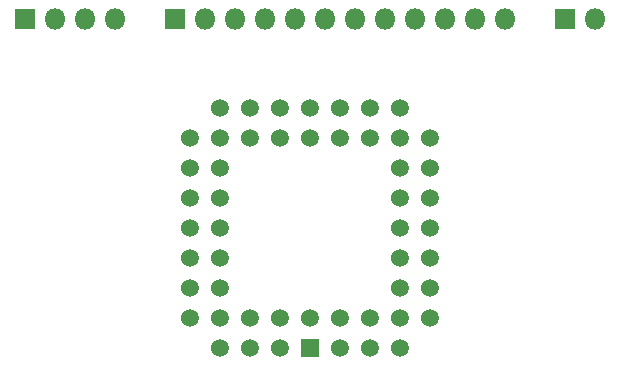
<source format=gbs>
G04 #@! TF.GenerationSoftware,KiCad,Pcbnew,(5.1.6)-1*
G04 #@! TF.CreationDate,2021-06-26T13:41:07+03:00*
G04 #@! TF.ProjectId,a600_rgb2hdmi,61363030-5f72-4676-9232-68646d692e6b,rev?*
G04 #@! TF.SameCoordinates,Original*
G04 #@! TF.FileFunction,Soldermask,Bot*
G04 #@! TF.FilePolarity,Negative*
%FSLAX46Y46*%
G04 Gerber Fmt 4.6, Leading zero omitted, Abs format (unit mm)*
G04 Created by KiCad (PCBNEW (5.1.6)-1) date 2021-06-26 13:41:07*
%MOMM*%
%LPD*%
G01*
G04 APERTURE LIST*
%ADD10O,1.800000X1.800000*%
%ADD11R,1.800000X1.800000*%
%ADD12C,1.522400*%
%ADD13R,1.522400X1.522400*%
G04 APERTURE END LIST*
D10*
X166110000Y-38100000D03*
D11*
X163570000Y-38100000D03*
D10*
X158510000Y-38100000D03*
X155970000Y-38100000D03*
X153430000Y-38100000D03*
X150890000Y-38100000D03*
X148350000Y-38100000D03*
X145810000Y-38100000D03*
X143270000Y-38100000D03*
X140730000Y-38100000D03*
X138190000Y-38100000D03*
X135650000Y-38100000D03*
X133110000Y-38100000D03*
D11*
X130570000Y-38100000D03*
D10*
X125490000Y-38100000D03*
X122950000Y-38100000D03*
X120410000Y-38100000D03*
D11*
X117870000Y-38100000D03*
D12*
X131840000Y-63460000D03*
X131840000Y-60920000D03*
X131840000Y-58380000D03*
X131840000Y-55840000D03*
X131840000Y-53300000D03*
X131840000Y-50760000D03*
X134380000Y-66000000D03*
X134380000Y-60920000D03*
X134380000Y-58380000D03*
X134380000Y-55840000D03*
X134380000Y-53300000D03*
X134380000Y-50760000D03*
X134380000Y-48220000D03*
X134380000Y-45680000D03*
X136920000Y-45680000D03*
X139460000Y-45680000D03*
X142000000Y-45680000D03*
X144540000Y-45680000D03*
X147080000Y-45680000D03*
X149620000Y-45680000D03*
X131840000Y-48220000D03*
X136920000Y-48220000D03*
X139460000Y-48220000D03*
X142000000Y-48220000D03*
X144540000Y-48220000D03*
X147080000Y-48220000D03*
X149620000Y-48220000D03*
X152160000Y-48220000D03*
X152160000Y-50760000D03*
X152160000Y-53300000D03*
X152160000Y-55840000D03*
X152160000Y-58380000D03*
X152160000Y-60920000D03*
X152160000Y-63460000D03*
X149620000Y-50760000D03*
X149620000Y-53300000D03*
X149620000Y-55840000D03*
X149620000Y-58380000D03*
X149620000Y-60920000D03*
X149620000Y-63460000D03*
X136920000Y-66000000D03*
X139460000Y-66000000D03*
X149620000Y-66000000D03*
X147080000Y-66000000D03*
X144540000Y-66000000D03*
D13*
X142000000Y-66000000D03*
D12*
X134380000Y-63460000D03*
X136920000Y-63460000D03*
X139460000Y-63460000D03*
X147080000Y-63460000D03*
X144540000Y-63460000D03*
X142000000Y-63460000D03*
M02*

</source>
